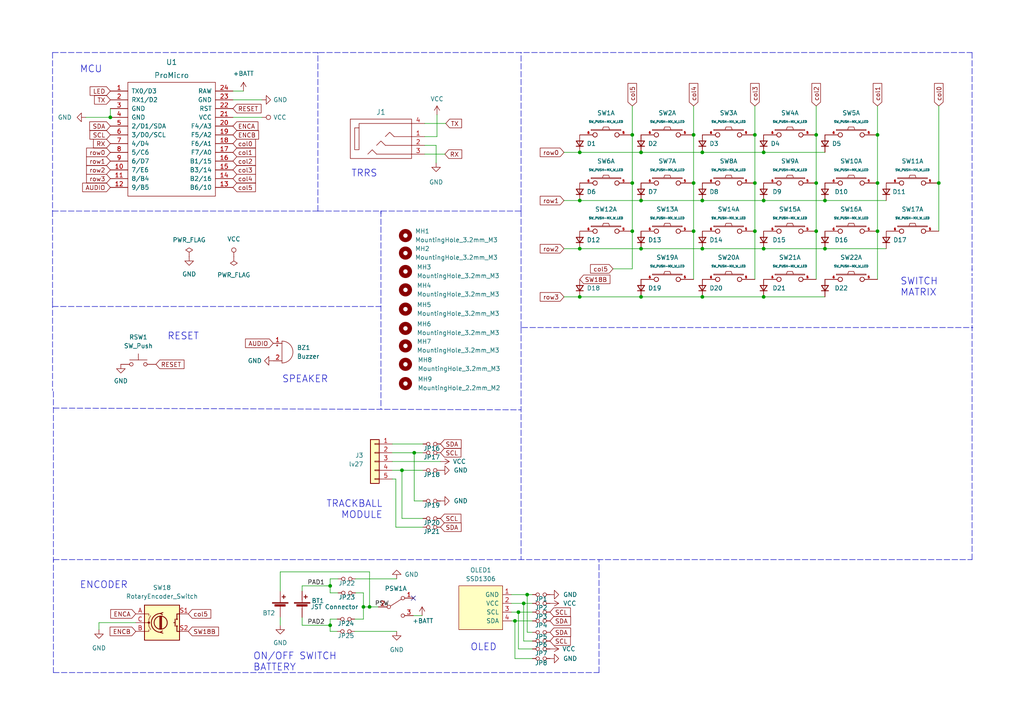
<source format=kicad_sch>
(kicad_sch (version 20231120) (generator "eeschema") (generator_version "8.0")
  (paper "A4")
  (title_block (title "Klor Split Keyboard") (date "2022-06-21") (rev "1.3") (comment 1 "Schematic based on Sofle") (comment 2 "Author: GEIST"))
  (lib_symbols
    (symbol "Buzzard:ProMicro" (pin_names (offset 1.016))
      (property "Reference" "U" (at 0 19.05 0))
      (property "Value" "ProMicro" (at 0 -19.05 0))
      (symbol "ProMicro_1_1"
        (pin bidirectional line (at -17.78 13.97 0) (length 5.08) (name "TX0/D3") (number "1"))
        (pin bidirectional line (at -17.78 -8.89 0) (length 5.08) (name "7/E6") (number "10"))
        (pin bidirectional line (at -17.78 -11.43 0) (length 5.08) (name "8/B4") (number "11"))
        (pin bidirectional line (at -17.78 -13.97 0) (length 5.08) (name "9/B5") (number "12"))
        (pin bidirectional line (at 17.78 -13.97 180) (length 5.08) (name "B6/10") (number "13"))
        (pin bidirectional line (at 17.78 -11.43 180) (length 5.08) (name "B2/16") (number "14"))
        (pin bidirectional line (at 17.78 -8.89 180) (length 5.08) (name "B3/14") (number "15"))
        (pin bidirectional line (at 17.78 -6.35 180) (length 5.08) (name "B1/15") (number "16"))
        (pin bidirectional line (at 17.78 -3.81 180) (length 5.08) (name "F7/A0") (number "17"))
        (pin bidirectional line (at 17.78 -1.27 180) (length 5.08) (name "F6/A1") (number "18"))
        (pin bidirectional line (at 17.78 1.27 180) (length 5.08) (name "F5/A2") (number "19"))
        (pin bidirectional line (at -17.78 11.43 0) (length 5.08) (name "RX1/D2") (number "2"))
        (pin bidirectional line (at 17.78 3.81 180) (length 5.08) (name "F4/A3") (number "20"))
        (pin power_in line (at 17.78 6.35 180) (length 5.08) (name "VCC") (number "21"))
        (pin input line (at 17.78 8.89 180) (length 5.08) (name "RST") (number "22"))
        (pin power_in line (at 17.78 11.43 180) (length 5.08) (name "GND") (number "23"))
        (pin power_out line (at 17.78 13.97 180) (length 5.08) (name "RAW") (number "24"))
        (pin power_in line (at -17.78 8.89 0) (length 5.08) (name "GND") (number "3"))
        (pin power_in line (at -17.78 6.35 0) (length 5.08) (name "GND") (number "4"))
        (pin bidirectional line (at -17.78 3.81 0) (length 5.08) (name "2/D1/SDA") (number "5"))
        (pin bidirectional line (at -17.78 1.27 0) (length 5.08) (name "3/D0/SCL") (number "6"))
        (pin bidirectional line (at -17.78 -1.27 0) (length 5.08) (name "4/D4") (number "7"))
        (pin bidirectional line (at -17.78 -3.81 0) (length 5.08) (name "5/C6") (number "8"))
        (pin bidirectional line (at -17.78 -6.35 0) (length 5.08) (name "6/D7") (number "9"))
      )
    )
    (symbol "Connector_Generic:Conn_01x05" (pin_names (offset 1.016) hide)
      (property "Reference" "J" (at 0 7.62 0))
      (property "Value" "Conn_01x05" (at 0 -7.62 0))
      (symbol "Conn_01x05_1_1"
        (pin passive line (at -5.08 5.08 0) (length 3.81) (name "Pin_1") (number "1"))
        (pin passive line (at -5.08 2.54 0) (length 3.81) (name "Pin_2") (number "2"))
        (pin passive line (at -5.08 0 0) (length 3.81) (name "Pin_3") (number "3"))
        (pin passive line (at -5.08 -2.54 0) (length 3.81) (name "Pin_4") (number "4"))
        (pin passive line (at -5.08 -5.08 0) (length 3.81) (name "Pin_5") (number "5"))
      )
    )
    (symbol "Device:Battery_Cell" (pin_numbers hide) (pin_names (offset 0) hide)
      (property "Reference" "BT" (at 2.54 2.54 0))
      (property "Value" "Battery_Cell" (at 2.54 0 0))
      (symbol "Battery_Cell_1_1"
        (pin passive line (at 0 5.08 270) (length 2.54) (name "+") (number "1"))
        (pin passive line (at 0 -2.54 90) (length 2.54) (name "-") (number "2"))
      )
    )
    (symbol "Device:Buzzer" (pin_names (offset 0.0254) hide)
      (property "Reference" "BZ" (at 3.81 1.27 0))
      (property "Value" "Buzzer" (at 3.81 -1.27 0))
      (symbol "Buzzer_1_1"
        (pin passive line (at -2.54 2.54 0) (length 2.54) (name "-") (number "1"))
        (pin passive line (at -2.54 -2.54 0) (length 2.54) (name "+") (number "2"))
      )
    )
    (symbol "Device:D_Small" (pin_numbers hide) (pin_names (offset 0.254) hide)
      (property "Reference" "D" (at -1.27 2.032 0))
      (property "Value" "D_Small" (at -3.81 -2.032 0))
      (symbol "D_Small_1_1"
        (pin passive line (at -2.54 0 0) (length 1.778) (name "K") (number "1"))
        (pin passive line (at 2.54 0 180) (length 1.778) (name "A") (number "2"))
      )
    )
    (symbol "Device:RotaryEncoder_Switch" (pin_names (offset 0.254) hide)
      (property "Reference" "SW" (at 0 6.604 0))
      (property "Value" "RotaryEncoder_Switch" (at 0 -6.604 0))
      (symbol "RotaryEncoder_Switch_1_1"
        (pin passive line (at -7.62 2.54 0) (length 2.54) (name "A") (number "A"))
        (pin passive line (at -7.62 -2.54 0) (length 2.54) (name "B") (number "B"))
        (pin passive line (at -7.62 0 0) (length 2.54) (name "C") (number "C"))
        (pin passive line (at 7.62 2.54 180) (length 2.54) (name "S1") (number "S1"))
        (pin passive line (at 7.62 -2.54 180) (length 2.54) (name "S2") (number "S2"))
      )
    )
    (symbol "KLORlib:Device_Jumper_NO_Small" (pin_numbers hide) (pin_names (offset 0.762) hide)
      (property "Reference" "JP" (at 0 2.032 0))
      (property "Value" "Device_Jumper_NO_Small" (at 0.254 -1.524 0))
      (symbol "Device_Jumper_NO_Small_0_1"
        (pin passive line (at -2.54 0 0) (length 1.016) (name "1") (number "1"))
        (pin passive line (at 2.54 0 180) (length 1.016) (name "2") (number "2"))
      )
    )
    (symbol "KLORlib:MJ-4PP-9 TRRS" (pin_names (offset 1.016))
      (property "Reference" "J1" (at -1.27 7.112 0))
      (symbol "MJ-4PP-9 TRRS_1_1"
        (pin passive line (at 11.43 0 180) (length 3.81) (name "~") (number "1"))
        (pin passive line (at 11.43 -2.54 180) (length 3.81) (name "~") (number "2"))
        (pin passive line (at 11.43 -5.08 180) (length 3.81) (name "~") (number "3"))
        (pin passive line (at 11.43 3.81 180) (length 3.81) (name "~") (number "4"))
      )
    )
    (symbol "KLORlib:SW_PUSH-MX_W_LED" (pin_names (offset 1.016))
      (property "Reference" "SW?" (at 0 3.81 0))
      (property "Value" "SW_PUSH-MX_W_LED" (at 1.27 -3.81 0))
      (symbol "SW_PUSH-MX_W_LED_1_1"
        (pin passive inverted (at 7.62 0 180) (length 5.08) (name "~") (number "5"))
        (pin passive inverted (at -7.62 0 0) (length 5.08) (name "~") (number "6"))
      )
      (symbol "SW_PUSH-MX_W_LED_2_0"
        (text "SK6812mini" (at 0 0 0) (effects (font (size 0.7874 0.7874))))
      )
      (symbol "SW_PUSH-MX_W_LED_2_1"
        (pin output line (at -5.08 1.27 0) (length 1.27) (name "DOUT") (number "1"))
        (pin power_in line (at -5.08 -1.27 0) (length 1.27) (name "VSS") (number "2"))
        (pin input line (at 5.08 -1.27 180) (length 1.27) (name "DIN") (number "3"))
        (pin power_in line (at 5.08 1.27 180) (length 1.27) (name "VDD") (number "4"))
      )
    )
    (symbol "Mechanical:MountingHole" (pin_names (offset 1.016))
      (property "Reference" "H" (at 0 5.08 0))
      (property "Value" "MountingHole" (at 0 3.175 0))
    )
    (symbol "SSD1306-128x64_OLED:SSD1306" (pin_names (offset 1.016))
      (property "Reference" "Brd" (at 0 -3.81 0))
      (property "Value" "SSD1306" (at 0 -1.27 0))
      (symbol "SSD1306_1_1"
        (pin input line (at -3.81 8.89 270) (length 2.54) (name "GND") (number "1"))
        (pin input line (at -1.27 8.89 270) (length 2.54) (name "VCC") (number "2"))
        (pin input line (at 1.27 8.89 270) (length 2.54) (name "SCL") (number "3"))
        (pin input line (at 3.81 8.89 270) (length 2.54) (name "SDA") (number "4"))
      )
    )
    (symbol "SofleKeyboard-cache:Device_Jumper_NO_Small" (pin_numbers hide) (pin_names (offset 0.762) hide)
      (property "Reference" "JP" (at 0 2.032 0))
      (property "Value" "Device_Jumper_NO_Small" (at 0.254 -1.524 0))
      (symbol "Device_Jumper_NO_Small_0_1"
        (pin passive line (at -2.54 0 0) (length 1.016) (name "1") (number "1"))
        (pin passive line (at 2.54 0 180) (length 1.016) (name "2") (number "2"))
      )
    )
    (symbol "SofleKeyboard-cache:power_VCC" (power) (pin_names (offset 0))
      (property "Value" "power_VCC" (at 0 3.81 0))
      (symbol "power_VCC_1_1"
        (pin power_in line (at 0 0 90) (length 0) hide (name "VCC") (number "1"))
      )
    )
    (symbol "Switch:SW_DPDT_x2" (pin_names (offset 0) hide)
      (property "Reference" "SW" (at 0 4.318 0))
      (property "Value" "SW_DPDT_x2" (at 0 -5.08 0))
      (symbol "SW_DPDT_x2_1_1"
        (pin passive line (at 5.08 2.54 180) (length 2.54) (name "A") (number "1"))
        (pin passive line (at -5.08 0 0) (length 2.54) (name "B") (number "2"))
        (pin passive line (at 5.08 -2.54 180) (length 2.54) (name "C") (number "3"))
      )
      (symbol "SW_DPDT_x2_2_1"
        (pin passive line (at 5.08 2.54 180) (length 2.54) (name "A") (number "4"))
        (pin passive line (at -5.08 0 0) (length 2.54) (name "B") (number "5"))
        (pin passive line (at 5.08 -2.54 180) (length 2.54) (name "C") (number "6"))
      )
    )
    (symbol "Switch:SW_Push" (pin_numbers hide) (pin_names (offset 1.016) hide)
      (property "Reference" "SW" (at 1.27 2.54 0))
      (property "Value" "SW_Push" (at 0 -1.524 0))
      (symbol "SW_Push_0_1"
        (pin passive line (at -5.08 0 0) (length 2.54) (name "1") (number "1"))
        (pin passive line (at 5.08 0 180) (length 2.54) (name "2") (number "2"))
      )
    )
    (symbol "power:+BATT" (power) (pin_names (offset 0))
      (property "Value" "+BATT" (at 0 3.556 0))
      (symbol "+BATT_1_1"
        (pin power_in line (at 0 0 90) (length 0) hide (name "+BATT") (number "1"))
      )
    )
    (symbol "power:GND" (power) (pin_names (offset 0))
      (property "Value" "GND" (at 0 -3.81 0))
      (symbol "GND_1_1"
        (pin power_in line (at 0 0 270) (length 0) hide (name "GND") (number "1"))
      )
    )
    (symbol "power:PWR_FLAG" (power) (pin_numbers hide) (pin_names (offset 0) hide)
      (property "Value" "PWR_FLAG" (at 0 3.81 0))
      (symbol "PWR_FLAG_0_0"
        (pin power_out line (at 0 0 90) (length 0) (name "pwr") (number "1"))
      )
    )
    (symbol "power:VCC" (power) (pin_names (offset 0))
      (property "Value" "VCC" (at 0 3.81 0))
      (symbol "VCC_1_1"
        (pin power_in line (at 0 0 90) (length 0) hide (name "VCC") (number "1"))
      )
    )
  )
  (junction (at 185.928 86.106))
  (junction (at 116.586 136.398))
  (junction (at 152.908 172.466))
  (junction (at 272.288 53.086))
  (junction (at 120.142 131.318))
  (junction (at 221.488 86.106))
  (junction (at 32.004 34.036))
  (junction (at 203.708 44.196))
  (junction (at 95.758 181.356))
  (junction (at 218.948 67.056))
  (junction (at 185.928 72.136))
  (junction (at 183.388 67.056))
  (junction (at 201.168 67.056))
  (junction (at 203.708 86.106))
  (junction (at 201.168 39.116))
  (junction (at 239.268 72.136))
  (junction (at 168.148 86.106))
  (junction (at 185.928 58.166))
  (junction (at 203.708 72.136))
  (junction (at 221.488 58.166))
  (junction (at 183.388 39.116))
  (junction (at 254.508 53.086))
  (junction (at 107.188 176.022))
  (junction (at 95.758 169.926))
  (junction (at 168.148 72.136))
  (junction (at 185.928 44.196))
  (junction (at 201.168 53.086))
  (junction (at 203.708 58.166))
  (junction (at 236.728 53.086))
  (junction (at 151.892 175.006))
  (junction (at 254.508 67.056))
  (junction (at 149.352 180.086))
  (junction (at 221.488 44.196))
  (junction (at 168.148 44.196))
  (junction (at 254.508 39.116))
  (junction (at 183.388 53.086))
  (junction (at 168.148 58.166))
  (junction (at 218.948 39.116))
  (junction (at 236.728 67.056))
  (junction (at 150.368 177.546))
  (junction (at 221.488 72.136))
  (junction (at 239.268 58.166))
  (junction (at 105.41 176.022))
  (junction (at 236.728 39.116))
  (junction (at 218.948 53.086))
  (no_connect (at 119.888 173.482))
  (polyline (pts (xy 151.13 61.214) (xy 151.13 94.996)) (stroke (width 0) (type dash)))
  (wire (pts (xy 105.41 176.022) (xy 105.41 179.578)))
  (wire (pts (xy 201.168 67.056) (xy 201.168 81.026)))
  (wire (pts (xy 151.892 185.928) (xy 154.432 185.928)))
  (wire (pts (xy 113.792 128.778) (xy 122.682 128.778)))
  (wire (pts (xy 39.37 180.594) (xy 28.702 180.594)))
  (wire (pts (xy 185.928 86.106) (xy 203.708 86.106)))
  (polyline (pts (xy 92.202 61.214) (xy 151.13 61.214)) (stroke (width 0) (type dash)))
  (wire (pts (xy 183.388 77.978) (xy 183.388 67.056)))
  (wire (pts (xy 163.576 72.136) (xy 168.148 72.136)))
  (wire (pts (xy 203.708 72.136) (xy 221.488 72.136)))
  (wire (pts (xy 163.576 86.106) (xy 168.148 86.106)))
  (wire (pts (xy 67.564 28.956) (xy 75.946 28.956)))
  (wire (pts (xy 185.928 58.166) (xy 203.708 58.166)))
  (wire (pts (xy 254.508 30.734) (xy 254.508 39.116)))
  (polyline (pts (xy 92.456 15.24) (xy 193.548 15.24)) (stroke (width 0) (type dash)))
  (wire (pts (xy 177.8 77.978) (xy 183.388 77.978)))
  (polyline (pts (xy 15.24 15.24) (xy 92.202 15.24)) (stroke (width 0) (type dash)))
  (polyline (pts (xy 193.548 15.24) (xy 281.94 15.24)) (stroke (width 0) (type dash)))
  (polyline (pts (xy 173.736 195.072) (xy 173.736 162.306)) (stroke (width 0) (type dash)))
  (wire (pts (xy 149.352 191.008) (xy 154.432 191.008)))
  (wire (pts (xy 168.148 58.166) (xy 185.928 58.166)))
  (wire (pts (xy 203.708 58.166) (xy 221.488 58.166)))
  (wire (pts (xy 126.746 33.274) (xy 126.746 39.624)))
  (polyline (pts (xy 15.24 15.24) (xy 15.24 61.214)) (stroke (width 0) (type dash)))
  (wire (pts (xy 239.268 58.166) (xy 257.048 58.166)))
  (wire (pts (xy 103.124 171.958) (xy 105.41 171.958)))
  (wire (pts (xy 113.792 133.858) (xy 127.762 133.858)))
  (wire (pts (xy 123.19 44.704) (xy 129.032 44.704)))
  (polyline (pts (xy 15.24 88.9) (xy 110.49 88.9)) (stroke (width 0) (type dash)))
  (wire (pts (xy 113.792 131.318) (xy 120.142 131.318)))
  (wire (pts (xy 148.336 177.546) (xy 150.368 177.546)))
  (wire (pts (xy 272.288 53.086) (xy 272.288 67.056)))
  (wire (pts (xy 203.708 86.106) (xy 221.488 86.106)))
  (wire (pts (xy 168.148 72.136) (xy 185.928 72.136)))
  (wire (pts (xy 95.758 171.958) (xy 98.044 171.958)))
  (wire (pts (xy 105.41 176.022) (xy 107.188 176.022)))
  (wire (pts (xy 113.792 138.938) (xy 114.808 138.938)))
  (wire (pts (xy 149.352 180.086) (xy 149.352 191.008)))
  (wire (pts (xy 81.28 171.45) (xy 81.28 165.862)))
  (wire (pts (xy 221.488 58.166) (xy 239.268 58.166)))
  (wire (pts (xy 236.728 30.734) (xy 236.728 39.116)))
  (wire (pts (xy 148.336 180.086) (xy 149.352 180.086)))
  (wire (pts (xy 150.368 177.546) (xy 150.368 188.214)))
  (wire (pts (xy 126.492 42.164) (xy 123.19 42.164)))
  (polyline (pts (xy 15.494 195.072) (xy 92.202 195.072)) (stroke (width 0) (type dash)))
  (polyline (pts (xy 151.384 94.996) (xy 282.194 94.996)) (stroke (width 0) (type dash)))
  (wire (pts (xy 183.388 53.086) (xy 183.388 67.056)))
  (polyline (pts (xy 15.494 162.56) (xy 15.494 162.814)) (stroke (width 0) (type dash)))
  (polyline (pts (xy 15.24 87.63) (xy 15.24 113.284)) (stroke (width 0) (type dash)))
  (wire (pts (xy 120.142 131.318) (xy 122.682 131.318)))
  (wire (pts (xy 203.708 44.196) (xy 221.488 44.196)))
  (wire (pts (xy 113.792 136.398) (xy 116.586 136.398)))
  (wire (pts (xy 236.728 67.056) (xy 236.728 81.026)))
  (wire (pts (xy 24.892 34.036) (xy 32.004 34.036)))
  (wire (pts (xy 97.79 183.134) (xy 95.758 183.134)))
  (wire (pts (xy 150.368 188.214) (xy 154.432 188.214)))
  (polyline (pts (xy 15.494 162.306) (xy 281.94 162.306)) (stroke (width 0) (type dash)))
  (wire (pts (xy 123.19 35.814) (xy 129.286 35.814)))
  (wire (pts (xy 163.576 58.166) (xy 168.148 58.166)))
  (wire (pts (xy 95.758 183.134) (xy 95.758 181.356)))
  (wire (pts (xy 151.892 175.006) (xy 151.892 185.928)))
  (wire (pts (xy 254.508 53.086) (xy 254.508 67.056)))
  (polyline (pts (xy 110.49 61.214) (xy 110.49 61.976)) (stroke (width 0) (type dash)))
  (wire (pts (xy 221.488 44.196) (xy 239.268 44.196)))
  (polyline (pts (xy 281.94 77.978) (xy 281.94 78.232)) (stroke (width 0) (type dash)))
  (wire (pts (xy 95.758 167.894) (xy 95.758 169.926)))
  (wire (pts (xy 218.948 30.734) (xy 218.948 39.116)))
  (wire (pts (xy 185.928 72.136) (xy 203.708 72.136)))
  (wire (pts (xy 126.492 47.244) (xy 126.492 42.164)))
  (wire (pts (xy 148.336 172.466) (xy 152.908 172.466)))
  (wire (pts (xy 123.19 39.624) (xy 126.746 39.624)))
  (wire (pts (xy 105.41 171.958) (xy 105.41 176.022)))
  (wire (pts (xy 149.352 180.086) (xy 154.432 180.086)))
  (wire (pts (xy 221.488 86.106) (xy 239.268 86.106)))
  (wire (pts (xy 87.63 181.356) (xy 95.758 181.356)))
  (wire (pts (xy 102.87 179.578) (xy 105.41 179.578)))
  (wire (pts (xy 218.948 67.056) (xy 218.948 81.026)))
  (wire (pts (xy 201.168 53.086) (xy 201.168 67.056)))
  (wire (pts (xy 168.148 86.106) (xy 185.928 86.106)))
  (wire (pts (xy 120.142 131.318) (xy 120.142 145.288)))
  (wire (pts (xy 201.168 30.734) (xy 201.168 39.116)))
  (wire (pts (xy 152.908 183.388) (xy 152.908 172.466)))
  (wire (pts (xy 183.388 39.116) (xy 183.388 53.086)))
  (polyline (pts (xy 281.94 162.306) (xy 281.94 79.756)) (stroke (width 0) (type dash)))
  (wire (pts (xy 98.044 167.894) (xy 95.758 167.894)))
  (wire (pts (xy 218.948 39.116) (xy 218.948 53.086)))
  (polyline (pts (xy 110.49 61.214) (xy 110.49 118.618)) (stroke (width 0) (type dash)))
  (wire (pts (xy 254.508 39.116) (xy 254.508 53.086)))
  (wire (pts (xy 150.368 177.546) (xy 154.432 177.546)))
  (wire (pts (xy 119.888 178.562) (xy 122.428 178.562)))
  (wire (pts (xy 95.758 179.578) (xy 97.79 179.578)))
  (wire (pts (xy 201.168 39.116) (xy 201.168 53.086)))
  (wire (pts (xy 221.488 72.136) (xy 239.268 72.136)))
  (wire (pts (xy 116.586 136.398) (xy 116.586 150.368)))
  (wire (pts (xy 185.928 44.196) (xy 203.708 44.196)))
  (wire (pts (xy 236.728 39.116) (xy 236.728 53.086)))
  (wire (pts (xy 102.87 183.134) (xy 115.062 183.134)))
  (wire (pts (xy 95.758 169.926) (xy 95.758 171.958)))
  (wire (pts (xy 236.728 53.086) (xy 236.728 67.056)))
  (wire (pts (xy 148.336 175.006) (xy 151.892 175.006)))
  (wire (pts (xy 122.682 145.288) (xy 120.142 145.288)))
  (wire (pts (xy 218.948 53.086) (xy 218.948 67.056)))
  (wire (pts (xy 239.268 72.136) (xy 257.048 72.136)))
  (polyline (pts (xy 151.13 61.214) (xy 151.13 15.24)) (stroke (width 0) (type dash)))
  (wire (pts (xy 168.148 44.196) (xy 185.928 44.196)))
  (wire (pts (xy 151.892 175.006) (xy 154.432 175.006)))
  (polyline (pts (xy 151.13 94.996) (xy 151.13 162.306)) (stroke (width 0) (type dash)))
  (wire (pts (xy 254.508 67.056) (xy 254.508 81.026)))
  (polyline (pts (xy 15.494 118.364) (xy 151.13 118.872)) (stroke (width 0) (type dash)))
  (polyline (pts (xy 15.494 113.538) (xy 15.494 195.072)) (stroke (width 0) (type dash)))
  (wire (pts (xy 87.63 169.926) (xy 95.758 169.926)))
  (wire (pts (xy 107.188 176.022) (xy 109.728 176.022)))
  (wire (pts (xy 163.576 44.196) (xy 168.148 44.196)))
  (polyline (pts (xy 281.94 15.24) (xy 281.94 79.756)) (stroke (width 0) (type dash)))
  (wire (pts (xy 103.124 167.894) (xy 115.062 167.894)))
  (wire (pts (xy 122.682 152.908) (xy 114.808 152.908)))
  (wire (pts (xy 152.908 183.388) (xy 154.432 183.388)))
  (wire (pts (xy 87.63 171.45) (xy 87.63 169.926)))
  (wire (pts (xy 28.702 180.594) (xy 28.702 182.626)))
  (wire (pts (xy 87.63 179.07) (xy 87.63 181.356)))
  (wire (pts (xy 81.28 179.07) (xy 81.28 181.356)))
  (wire (pts (xy 272.288 30.734) (xy 272.288 53.086)))
  (wire (pts (xy 114.808 152.908) (xy 114.808 138.938)))
  (wire (pts (xy 67.564 34.036) (xy 75.946 34.036)))
  (wire (pts (xy 183.388 30.734) (xy 183.388 39.116)))
  (wire (pts (xy 107.188 165.862) (xy 107.188 176.022)))
  (wire (pts (xy 95.758 181.356) (xy 95.758 179.578)))
  (wire (pts (xy 81.28 165.862) (xy 107.188 165.862)))
  (wire (pts (xy 32.004 31.496) (xy 32.004 34.036)))
  (polyline (pts (xy 15.24 61.214) (xy 92.202 61.214)) (stroke (width 0) (type dash)))
  (wire (pts (xy 122.682 150.368) (xy 116.586 150.368)))
  (wire (pts (xy 116.586 136.398) (xy 122.682 136.398)))
  (wire (pts (xy 67.564 26.416) (xy 70.612 26.416)))
  (wire (pts (xy 152.908 172.466) (xy 154.432 172.466)))
  (polyline (pts (xy 92.202 61.214) (xy 92.202 15.24)) (stroke (width 0) (type dash)))
  (polyline (pts (xy 92.202 195.072) (xy 173.736 195.072)) (stroke (width 0) (type dash)))
  (polyline (pts (xy 15.24 61.214) (xy 15.24 87.63)) (stroke (width 0) (type dash)))
  (text "SWITCH\nMATRIX" (at 261.112 86.106 0) (effects (font (size 2 2)) (justify left bottom)))
  (text "MCU" (at 23.114 21.336 0) (effects (font (size 2 2)) (justify left bottom)))
  (text "ON/OFF SWITCH\nBATTERY" (at 73.406 194.818 0) (effects (font (size 2 2)) (justify left bottom)))
  (text "ENCODER" (at 23.114 170.942 0) (effects (font (size 2 2)) (justify left bottom)))
  (text "OLED" (at 136.398 188.976 0) (effects (font (size 2 2)) (justify left bottom)))
  (text "TRRS" (at 101.854 51.562 0) (effects (font (size 2 2)) (justify left bottom)))
  (text "TRACKBALL\nMODULE" (at 110.998 150.622 0) (effects (font (size 2 2)) (justify right bottom)))
  (text "RESET" (at 48.514 98.806 0) (effects (font (size 2 2)) (justify left bottom)))
  (text "SPEAKER" (at 81.788 111.252 0) (effects (font (size 2 2)) (justify left bottom)))
  (label "PAD2" (at 89.154 181.356 0))
  (label "PSW" (at 108.712 176.022 0))
  (label "PAD1" (at 89.154 169.926 0))
  (global_label "SCL" (shape input) (at 127.762 131.318 0) (property "Intersheetrefs" "${INTERSHEET_REFS}" (effects (hide yes))))
  (global_label "TX" (shape input) (at 129.286 35.814 0) (property "Intersheetrefs" "${INTERSHEET_REFS}" (effects (hide yes))))
  (global_label "RX" (shape input) (at 129.032 44.704 0) (property "Intersheetrefs" "${INTERSHEET_REFS}" (effects (hide yes))))
  (global_label "SDA" (shape input) (at 32.004 36.576 180) (property "Intersheetrefs" "${INTERSHEET_REFS}" (effects (hide yes))))
  (global_label "col0" (shape input) (at 272.288 30.734 90) (property "Intersheetrefs" "${INTERSHEET_REFS}" (effects (hide yes))))
  (global_label "row2" (shape input) (at 163.576 72.136 180) (property "Intersheetrefs" "${INTERSHEET_REFS}" (effects (hide yes))))
  (global_label "TX" (shape input) (at 32.004 28.956 180) (property "Intersheetrefs" "${INTERSHEET_REFS}" (effects (hide yes))))
  (global_label "row3" (shape input) (at 163.576 86.106 180) (property "Intersheetrefs" "${INTERSHEET_REFS}" (effects (hide yes))))
  (global_label "SW18B" (shape input) (at 168.148 81.026 0) (property "Intersheetrefs" "${INTERSHEET_REFS}" (effects (hide yes))))
  (global_label "SDA" (shape input) (at 127.762 128.778 0) (property "Intersheetrefs" "${INTERSHEET_REFS}" (effects (hide yes))))
  (global_label "col5" (shape input) (at 67.564 54.356 0) (property "Intersheetrefs" "${INTERSHEET_REFS}" (effects (hide yes))))
  (global_label "SDA" (shape input) (at 159.512 180.086 0) (property "Intersheetrefs" "${INTERSHEET_REFS}" (effects (hide yes))))
  (global_label "ENCA" (shape input) (at 39.37 178.054 180) (property "Intersheetrefs" "${INTERSHEET_REFS}" (effects (hide yes))))
  (global_label "col4" (shape input) (at 67.564 51.816 0) (property "Intersheetrefs" "${INTERSHEET_REFS}" (effects (hide yes))))
  (global_label "col0" (shape input) (at 67.564 41.656 0) (property "Intersheetrefs" "${INTERSHEET_REFS}" (effects (hide yes))))
  (global_label "SCL" (shape input) (at 32.004 39.116 180) (property "Intersheetrefs" "${INTERSHEET_REFS}" (effects (hide yes))))
  (global_label "RESET" (shape input) (at 45.212 105.664 0) (property "Intersheetrefs" "${INTERSHEET_REFS}" (effects (hide yes))))
  (global_label "col1" (shape input) (at 254.508 30.734 90) (property "Intersheetrefs" "${INTERSHEET_REFS}" (effects (hide yes))))
  (global_label "col2" (shape input) (at 236.728 30.734 90) (property "Intersheetrefs" "${INTERSHEET_REFS}" (effects (hide yes))))
  (global_label "row3" (shape input) (at 32.004 51.816 180) (property "Intersheetrefs" "${INTERSHEET_REFS}" (effects (hide yes))))
  (global_label "row2" (shape input) (at 32.004 49.276 180) (property "Intersheetrefs" "${INTERSHEET_REFS}" (effects (hide yes))))
  (global_label "row0" (shape input) (at 163.576 44.196 180) (property "Intersheetrefs" "${INTERSHEET_REFS}" (effects (hide yes))))
  (global_label "col4" (shape input) (at 201.168 30.734 90) (property "Intersheetrefs" "${INTERSHEET_REFS}" (effects (hide yes))))
  (global_label "row0" (shape input) (at 32.004 44.196 180) (property "Intersheetrefs" "${INTERSHEET_REFS}" (effects (hide yes))))
  (global_label "SCL" (shape input) (at 127.762 150.368 0) (property "Intersheetrefs" "${INTERSHEET_REFS}" (effects (hide yes))))
  (global_label "SCL" (shape input) (at 159.512 177.546 0) (property "Intersheetrefs" "${INTERSHEET_REFS}" (effects (hide yes))))
  (global_label "AUDIO" (shape input) (at 32.004 54.356 180) (property "Intersheetrefs" "${INTERSHEET_REFS}" (effects (hide yes))))
  (global_label "col3" (shape input) (at 218.948 30.734 90) (property "Intersheetrefs" "${INTERSHEET_REFS}" (effects (hide yes))))
  (global_label "ENCB" (shape input) (at 67.564 39.116 0) (property "Intersheetrefs" "${INTERSHEET_REFS}" (effects (hide yes))))
  (global_label "SCL" (shape input) (at 159.512 185.928 0) (property "Intersheetrefs" "${INTERSHEET_REFS}" (effects (hide yes))))
  (global_label "SDA" (shape input) (at 159.512 183.388 0) (property "Intersheetrefs" "${INTERSHEET_REFS}" (effects (hide yes))))
  (global_label "col5" (shape input) (at 183.388 30.734 90) (property "Intersheetrefs" "${INTERSHEET_REFS}" (effects (hide yes))))
  (global_label "RESET" (shape input) (at 67.564 31.496 0) (property "Intersheetrefs" "${INTERSHEET_REFS}" (effects (hide yes))))
  (global_label "SDA" (shape input) (at 127.762 152.908 0) (property "Intersheetrefs" "${INTERSHEET_REFS}" (effects (hide yes))))
  (global_label "col5" (shape input) (at 54.61 178.054 0) (property "Intersheetrefs" "${INTERSHEET_REFS}" (effects (hide yes))))
  (global_label "row1" (shape input) (at 163.576 58.166 180) (property "Intersheetrefs" "${INTERSHEET_REFS}" (effects (hide yes))))
  (global_label "ENCB" (shape input) (at 39.37 183.134 180) (property "Intersheetrefs" "${INTERSHEET_REFS}" (effects (hide yes))))
  (global_label "col2" (shape input) (at 67.564 46.736 0) (property "Intersheetrefs" "${INTERSHEET_REFS}" (effects (hide yes))))
  (global_label "col5" (shape input) (at 177.8 77.978 180) (property "Intersheetrefs" "${INTERSHEET_REFS}" (effects (hide yes))))
  (global_label "SW18B" (shape input) (at 54.61 183.134 0) (property "Intersheetrefs" "${INTERSHEET_REFS}" (effects (hide yes))))
  (global_label "ENCA" (shape input) (at 67.564 36.576 0) (property "Intersheetrefs" "${INTERSHEET_REFS}" (effects (hide yes))))
  (global_label "col3" (shape input) (at 67.564 49.276 0) (property "Intersheetrefs" "${INTERSHEET_REFS}" (effects (hide yes))))
  (global_label "row1" (shape input) (at 32.004 46.736 180) (property "Intersheetrefs" "${INTERSHEET_REFS}" (effects (hide yes))))
  (global_label "col1" (shape input) (at 67.564 44.196 0) (property "Intersheetrefs" "${INTERSHEET_REFS}" (effects (hide yes))))
  (global_label "LED" (shape input) (at 32.004 26.416 180) (property "Intersheetrefs" "${INTERSHEET_REFS}" (effects (hide yes))))
  (global_label "AUDIO" (shape input) (at 79.248 99.568 180) (property "Intersheetrefs" "${INTERSHEET_REFS}" (effects (hide yes))))
  (global_label "RX" (shape input) (at 32.004 41.656 180) (property "Intersheetrefs" "${INTERSHEET_REFS}" (effects (hide yes))))
  (symbol (lib_id "power:GND") (at 159.512 191.008 90) (unit 1)
    (property "Reference" "#PWR015" (effects (hide yes)))
    (property "Value" "GND" (at 163.322 191.0079 90) (effects (justify right)))
  )
  (symbol (lib_id "Device:D_Small") (at 203.708 41.656 90) (unit 1)
    (property "Reference" "D3" (at 205.74 41.6559 90) (effects (justify right)))
    (property "Value" "D_Small" (effects (hide yes)))
    (property "Footprint" "kbd:1N4148_SMD_both_side" (effects (hide yes)))
  )
  (symbol (lib_id "power:+BATT") (at 70.612 26.416 0) (unit 1)
    (property "Reference" "#PWR0109" (effects (hide yes)))
    (property "Value" "+BATT" (at 70.612 21.336 0))
  )
  (symbol (lib_id "Mechanical:MountingHole") (at 117.602 89.662 0) (unit 1)
    (property "Reference" "MH5" (at 120.904 88.3919 0) (effects (justify left)))
    (property "Value" "MountingHole_3.2mm_M3" (at 120.904 90.9319 0) (effects (justify left)))
    (property "Footprint" "MountingHole:MountingHole_3.2mm_M3" (effects (hide yes)))
  )
  (symbol (lib_id "Device:Buzzer") (at 81.788 102.108 0) (unit 1)
    (property "Reference" "BZ1" (at 86.106 100.8379 0) (effects (justify left)))
    (property "Value" "Buzzer" (at 86.106 103.3779 0) (effects (justify left)))
    (property "Footprint" "KLOR:Buzzer_Mallory_AST1109MLTRQ_reversible" (effects (hide yes)))
  )
  (symbol (lib_id "Mechanical:MountingHole") (at 117.602 105.664 0) (unit 1)
    (property "Reference" "MH8" (at 121.158 104.3939 0) (effects (justify left)))
    (property "Value" "MountingHole_3.2mm_M3" (at 121.158 106.9339 0) (effects (justify left)))
    (property "Footprint" "MountingHole:MountingHole_3.2mm_M3" (effects (hide yes)))
  )
  (symbol (lib_id "KLORlib:SW_PUSH-MX_W_LED") (at 211.328 67.056 0) (unit 1)
    (property "Reference" "SW14" (at 211.328 60.706 0))
    (property "Value" "SW_PUSH-MX_W_LED" (at 211.328 63.246 0) (effects (font (size 0.635 0.635))))
    (property "Footprint" "keyswitches.pretty-master:1U_cherry_mx_kailh_choc_hotswap_combo" (effects (hide yes)))
  )
  (symbol (lib_id "KLORlib:SW_PUSH-MX_W_LED") (at 193.548 67.056 0) (unit 1)
    (property "Reference" "SW13" (at 193.548 60.706 0))
    (property "Value" "SW_PUSH-MX_W_LED" (at 193.548 63.246 0) (effects (font (size 0.635 0.635))))
    (property "Footprint" "keyswitches.pretty-master:1U_cherry_mx_kailh_choc_hotswap_combo" (effects (hide yes)))
  )
  (symbol (lib_id "Device:D_Small") (at 239.268 69.596 90) (unit 1)
    (property "Reference" "D16" (at 242.062 69.5959 90) (effects (justify right)))
    (property "Value" "D_Small" (effects (hide yes)))
    (property "Footprint" "kbd:1N4148_SMD_both_side" (effects (hide yes)))
  )
  (symbol (lib_id "Device:D_Small") (at 203.708 83.566 90) (unit 1)
    (property "Reference" "D20" (at 205.74 83.5659 90) (effects (justify right)))
    (property "Value" "D_Small" (effects (hide yes)))
    (property "Footprint" "kbd:1N4148_SMD_both_side" (effects (hide yes)))
  )
  (symbol (lib_id "power:GND") (at 35.052 105.664 0) (unit 1)
    (property "Reference" "#PWR014" (effects (hide yes)))
    (property "Value" "GND" (at 35.052 110.49 0))
  )
  (symbol (lib_id "SofleKeyboard-cache:power_VCC") (at 67.818 74.422 0) (unit 1)
    (property "Reference" "#PWR017" (effects (hide yes)))
    (property "Value" "VCC" (at 67.818 69.342 0))
  )
  (symbol (lib_id "Device:D_Small") (at 168.148 83.566 90) (unit 1)
    (property "Reference" "D18" (at 170.18 83.5659 90) (effects (justify right)))
    (property "Value" "D_Small" (effects (hide yes)))
    (property "Footprint" "kbd:1N4148_SMD_both_side" (effects (hide yes)))
  )
  (symbol (lib_id "KLORlib:SW_PUSH-MX_W_LED") (at 211.328 39.116 0) (unit 1)
    (property "Reference" "SW3" (at 211.328 32.766 0))
    (property "Value" "SW_PUSH-MX_W_LED" (at 211.328 35.306 0) (effects (font (size 0.635 0.635))))
    (property "Footprint" "keyswitches.pretty-master:1U_cherry_mx_kailh_choc_hotswap_combo" (effects (hide yes)))
  )
  (symbol (lib_id "Switch:SW_DPDT_x2") (at 114.808 176.022 0) (unit 1)
    (property "Reference" "PSW1" (at 114.808 170.688 0))
    (property "Value" "SW_DPDT_x2" (effects (hide yes)))
    (property "Footprint" "KLOR:MSK12C02_reversible" (effects (hide yes)))
  )
  (symbol (lib_id "KLORlib:SW_PUSH-MX_W_LED") (at 246.888 67.056 0) (unit 1)
    (property "Reference" "SW16" (at 246.888 60.706 0))
    (property "Value" "SW_PUSH-MX_W_LED" (at 246.888 63.246 0) (effects (font (size 0.635 0.635))))
    (property "Footprint" "keyswitches.pretty-master:1U_cherry_mx_kailh_choc_hotswap_combo" (effects (hide yes)))
  )
  (symbol (lib_id "KLORlib:SW_PUSH-MX_W_LED") (at 193.548 81.026 0) (unit 1)
    (property "Reference" "SW19" (at 193.548 74.676 0))
    (property "Value" "SW_PUSH-MX_W_LED" (at 193.548 77.216 0) (effects (font (size 0.635 0.635))))
    (property "Footprint" "keyswitches.pretty-master:1U_cherry_mx_kailh_choc_hotswap_combo" (effects (hide yes)))
  )
  (symbol (lib_id "Connector_Generic:Conn_01x05") (at 108.712 133.858 0) (mirror y) (unit 1)
    (property "Reference" "J3" (at 105.41 132.08 0) (effects (justify left)))
    (property "Value" "lv27" (at 105.41 134.62 0) (effects (justify left)))
    (property "Footprint" "KLOR:lvc27_onlyInput" (effects (hide yes)))
  )
  (symbol (lib_id "KLORlib:Device_Jumper_NO_Small") (at 100.584 171.958 0) (unit 1)
    (property "Reference" "JP23" (at 100.584 173.228 0))
    (property "Value" "Device_Jumper_NO_Small" (effects (hide yes)))
    (property "Footprint" "KLOR:Jumper" (effects (hide yes)))
  )
  (symbol (lib_id "power:+BATT") (at 122.428 178.562 0) (unit 1)
    (property "Reference" "#PWR0104" (effects (hide yes)))
    (property "Value" "+BATT" (at 122.682 180.086 0))
  )
  (symbol (lib_id "KLORlib:MJ-4PP-9 TRRS") (at 111.76 39.624 0) (unit 1)
    (property "Reference" "J1" (at 110.49 32.512 0) (effects (font (size 1.524 1.524))))
    (property "Value" "MJ-4PP-9" (effects (hide yes)))
    (property "Footprint" "KLOR:MJ-4PP-9" (effects (hide yes)))
  )
  (symbol (lib_id "power:GND") (at 75.946 28.956 90) (unit 1)
    (property "Reference" "#PWR0103" (effects (hide yes)))
    (property "Value" "GND" (at 79.248 28.9559 90) (effects (justify right)))
  )
  (symbol (lib_id "SSD1306-128x64_OLED:SSD1306") (at 139.446 176.276 270) (unit 1)
    (property "Reference" "OLED1" (at 139.446 165.354 90))
    (property "Value" "SSD1306" (at 139.446 167.894 90))
    (property "Footprint" "KLOR:SSD1306_128x64OLED" (effects (hide yes)))
  )
  (symbol (lib_id "KLORlib:Device_Jumper_NO_Small") (at 156.972 191.008 0) (unit 1)
    (property "Reference" "JP8" (at 156.972 192.278 0))
    (property "Value" "Device_Jumper_NO_Small" (effects (hide yes)))
    (property "Footprint" "KLOR:Jumper" (effects (hide yes)))
  )
  (symbol (lib_id "Device:D_Small") (at 221.488 55.626 90) (unit 1)
    (property "Reference" "D9" (at 224.028 55.6259 90) (effects (justify right)))
    (property "Value" "D_Small" (effects (hide yes)))
    (property "Footprint" "kbd:1N4148_SMD_both_side" (effects (hide yes)))
  )
  (symbol (lib_id "KLORlib:SW_PUSH-MX_W_LED") (at 229.108 67.056 0) (unit 1)
    (property "Reference" "SW15" (at 229.108 60.706 0))
    (property "Value" "SW_PUSH-MX_W_LED" (at 229.108 63.246 0) (effects (font (size 0.635 0.635))))
    (property "Footprint" "keyswitches.pretty-master:1U_cherry_mx_kailh_choc_hotswap_combo" (effects (hide yes)))
  )
  (symbol (lib_id "Mechanical:MountingHole") (at 117.602 84.074 0) (unit 1)
    (property "Reference" "MH4" (at 120.904 82.8039 0) (effects (justify left)))
    (property "Value" "MountingHole_3.2mm_M3" (at 120.904 85.3439 0) (effects (justify left)))
    (property "Footprint" "MountingHole:MountingHole_3.2mm_M3" (effects (hide yes)))
  )
  (symbol (lib_id "Switch:SW_Push") (at 40.132 105.664 0) (unit 1)
    (property "Reference" "RSW1" (at 40.132 97.79 0))
    (property "Value" "SW_Push" (at 40.132 100.33 0))
    (property "Footprint" "KLOR:SW_Push_1P1T-MP_NO_Horizontal_Alps_SKRTLAE010_both_sides" (effects (hide yes)))
  )
  (symbol (lib_id "Device:D_Small") (at 221.488 41.656 90) (unit 1)
    (property "Reference" "D4" (at 223.52 41.6559 90) (effects (justify right)))
    (property "Value" "D_Small" (effects (hide yes)))
    (property "Footprint" "kbd:1N4148_SMD_both_side" (effects (hide yes)))
  )
  (symbol (lib_id "power:GND") (at 81.28 181.356 0) (unit 1)
    (property "Reference" "#PWR0119" (effects (hide yes)))
    (property "Value" "GND" (at 81.28 186.436 0))
  )
  (symbol (lib_id "Device:D_Small") (at 185.928 55.626 90) (unit 1)
    (property "Reference" "D7" (at 187.96 55.6259 90) (effects (justify right)))
    (property "Value" "D_Small" (effects (hide yes)))
    (property "Footprint" "kbd:1N4148_SMD_both_side" (effects (hide yes)))
  )
  (symbol (lib_id "Device:D_Small") (at 221.488 69.596 90) (unit 1)
    (property "Reference" "D15" (at 224.028 69.5959 90) (effects (justify right)))
    (property "Value" "D_Small" (effects (hide yes)))
    (property "Footprint" "kbd:1N4148_SMD_both_side" (effects (hide yes)))
  )
  (symbol (lib_id "power:GND") (at 28.702 182.626 0) (unit 1)
    (property "Reference" "#PWR020" (effects (hide yes)))
    (property "Value" "GND" (at 28.702 187.96 0))
  )
  (symbol (lib_id "KLORlib:Device_Jumper_NO_Small") (at 100.33 179.578 0) (unit 1)
    (property "Reference" "JP24" (at 100.33 180.848 0))
    (property "Value" "Device_Jumper_NO_Small" (effects (hide yes)))
    (property "Footprint" "KLOR:Jumper" (effects (hide yes)))
  )
  (symbol (lib_id "KLORlib:SW_PUSH-MX_W_LED") (at 175.768 53.086 0) (unit 1)
    (property "Reference" "SW6" (at 175.768 46.736 0))
    (property "Value" "SW_PUSH-MX_W_LED" (at 175.768 49.276 0) (effects (font (size 0.635 0.635))))
    (property "Footprint" "keyswitches.pretty-master:1U_cherry_mx_kailh_choc_hotswap_combo" (effects (hide yes)))
  )
  (symbol (lib_id "Device:D_Small") (at 185.928 83.566 90) (unit 1)
    (property "Reference" "D19" (at 187.96 83.5659 90) (effects (justify right)))
    (property "Value" "D_Small" (effects (hide yes)))
    (property "Footprint" "kbd:1N4148_SMD_both_side" (effects (hide yes)))
  )
  (symbol (lib_id "Device:D_Small") (at 168.148 55.626 90) (unit 1)
    (property "Reference" "D6" (at 170.18 55.6259 90) (effects (justify right)))
    (property "Value" "D_Small" (effects (hide yes)))
    (property "Footprint" "kbd:1N4148_SMD_both_side" (effects (hide yes)))
  )
  (symbol (lib_id "power:GND") (at 115.062 183.134 0) (unit 1)
    (property "Reference" "#PWR0108" (effects (hide yes)))
    (property "Value" "GND" (at 115.062 188.468 0))
  )
  (symbol (lib_id "Device:Battery_Cell") (at 81.28 176.53 0) (unit 1)
    (property "Reference" "BT2" (at 77.978 177.8 0))
    (property "Value" "Battery_Cell" (effects (hide yes)))
    (property "Footprint" "KLOR:custombatteryconnector_small" (effects (hide yes)))
  )
  (symbol (lib_id "Device:D_Small") (at 168.148 41.656 90) (unit 1)
    (property "Reference" "D1" (at 170.18 41.6559 90) (effects (justify right)))
    (property "Value" "D_Small" (effects (hide yes)))
    (property "Footprint" "kbd:1N4148_SMD_both_side" (effects (hide yes)))
  )
  (symbol (lib_id "Device:RotaryEncoder_Switch") (at 46.99 180.594 0) (unit 1)
    (property "Reference" "SW18" (at 46.99 170.434 0))
    (property "Value" "RotaryEncoder_Switch" (at 46.99 172.974 0))
    (property "Footprint" "keyswitches.pretty-master:1U_cherry_mx_kailh_choc_hotswap_combo" (effects (hide yes)))
  )
  (symbol (lib_id "power:VCC") (at 159.512 175.006 270) (unit 1)
    (property "Reference" "#PWR012" (effects (hide yes)))
    (property "Value" "VCC" (at 163.322 175.0059 90) (effects (justify left)))
  )
  (symbol (lib_id "Device:D_Small") (at 239.268 41.656 90) (unit 1)
    (property "Reference" "D5" (at 241.3 41.6559 90) (effects (justify right)))
    (property "Value" "D_Small" (effects (hide yes)))
    (property "Footprint" "kbd:1N4148_SMD_both_side" (effects (hide yes)))
  )
  (symbol (lib_id "SofleKeyboard-cache:power_VCC") (at 75.946 34.036 270) (unit 1)
    (property "Reference" "#PWR0102" (effects (hide yes)))
    (property "Value" "VCC" (at 79.248 34.0359 90) (effects (justify left)))
  )
  (symbol (lib_id "KLORlib:Device_Jumper_NO_Small") (at 156.972 185.928 0) (unit 1)
    (property "Reference" "JP6" (at 156.972 186.944 0))
    (property "Value" "Device_Jumper_NO_Small" (effects (hide yes)))
    (property "Footprint" "KLOR:Jumper" (effects (hide yes)))
  )
  (symbol (lib_id "Device:D_Small") (at 221.488 83.566 90) (unit 1)
    (property "Reference" "D21" (at 224.028 83.5659 90) (effects (justify right)))
    (property "Value" "D_Small" (effects (hide yes)))
    (property "Footprint" "kbd:1N4148_SMD_both_side" (effects (hide yes)))
  )
  (symbol (lib_id "Mechanical:MountingHole") (at 117.602 73.406 0) (unit 1)
    (property "Reference" "MH2" (at 120.396 72.1359 0) (effects (justify left)))
    (property "Value" "MountingHole_3.2mm_M3" (at 120.396 74.6759 0) (effects (justify left)))
    (property "Footprint" "MountingHole:MountingHole_3.2mm_M3" (effects (hide yes)))
  )
  (symbol (lib_id "Device:D_Small") (at 185.928 41.656 90) (unit 1)
    (property "Reference" "D2" (at 187.96 41.6559 90) (effects (justify right)))
    (property "Value" "D_Small" (effects (hide yes)))
    (property "Footprint" "kbd:1N4148_SMD_both_side" (effects (hide yes)))
  )
  (symbol (lib_id "KLORlib:Device_Jumper_NO_Small") (at 125.222 152.908 0) (unit 1)
    (property "Reference" "JP21" (at 125.222 154.178 0))
    (property "Value" "Device_Jumper_NO_Small" (effects (hide yes)))
    (property "Footprint" "KLOR:Jumper" (effects (hide yes)))
  )
  (symbol (lib_id "Mechanical:MountingHole") (at 117.602 111.252 0) (unit 1)
    (property "Reference" "MH9" (at 121.158 109.9819 0) (effects (justify left)))
    (property "Value" "MountingHole_2.2mm_M2" (at 121.158 112.5219 0) (effects (justify left)))
    (property "Footprint" "MountingHole:MountingHole_2.2mm_M2" (effects (hide yes)))
  )
  (symbol (lib_id "KLORlib:SW_PUSH-MX_W_LED") (at 193.548 53.086 0) (unit 1)
    (property "Reference" "SW7" (at 193.548 46.736 0))
    (property "Value" "SW_PUSH-MX_W_LED" (at 193.548 49.276 0) (effects (font (size 0.635 0.635))))
    (property "Footprint" "keyswitches.pretty-master:1U_cherry_mx_kailh_choc_hotswap_combo" (effects (hide yes)))
  )
  (symbol (lib_id "KLORlib:Device_Jumper_NO_Small") (at 156.972 177.546 0) (unit 1)
    (property "Reference" "JP3" (at 156.972 178.816 0))
    (property "Value" "Device_Jumper_NO_Small" (effects (hide yes)))
    (property "Footprint" "KLOR:Jumper" (effects (hide yes)))
  )
  (symbol (lib_id "KLORlib:Device_Jumper_NO_Small") (at 100.33 183.134 0) (unit 1)
    (property "Reference" "JP25" (at 100.33 184.404 0))
    (property "Value" "Device_Jumper_NO_Small" (effects (hide yes)))
    (property "Footprint" "KLOR:Jumper" (effects (hide yes)))
  )
  (symbol (lib_id "Device:D_Small") (at 257.048 69.596 90) (unit 1)
    (property "Reference" "D17" (at 259.08 69.5959 90) (effects (justify right)))
    (property "Value" "D_Small" (effects (hide yes)))
    (property "Footprint" "kbd:1N4148_SMD_both_side" (effects (hide yes)))
  )
  (symbol (lib_id "Device:D_Small") (at 168.148 69.596 90) (unit 1)
    (property "Reference" "D12" (at 170.18 69.5959 90) (effects (justify right)))
    (property "Value" "D_Small" (effects (hide yes)))
    (property "Footprint" "kbd:1N4148_SMD_both_side" (effects (hide yes)))
  )
  (symbol (lib_id "KLORlib:Device_Jumper_NO_Small") (at 156.972 188.214 0) (unit 1)
    (property "Reference" "JP7" (at 156.972 189.484 0))
    (property "Value" "Device_Jumper_NO_Small" (effects (hide yes)))
    (property "Footprint" "KLOR:Jumper" (effects (hide yes)))
  )
  (symbol (lib_id "KLORlib:SW_PUSH-MX_W_LED") (at 229.108 81.026 0) (unit 1)
    (property "Reference" "SW21" (at 229.108 74.676 0))
    (property "Value" "SW_PUSH-MX_W_LED" (at 229.108 77.216 0) (effects (font (size 0.635 0.635))))
    (property "Footprint" "keyswitches.pretty-master:1U_cherry_mx_kailh_choc_hotswap_combo" (effects (hide yes)))
  )
  (symbol (lib_id "KLORlib:Device_Jumper_NO_Small") (at 156.972 172.466 0) (unit 1)
    (property "Reference" "JP1" (at 156.972 173.736 0))
    (property "Value" "Device_Jumper_NO_Small" (effects (hide yes)))
    (property "Footprint" "KLOR:Jumper" (effects (hide yes)))
  )
  (symbol (lib_id "Device:D_Small") (at 185.928 69.596 90) (unit 1)
    (property "Reference" "D13" (at 187.96 69.5959 90) (effects (justify right)))
    (property "Value" "D_Small" (effects (hide yes)))
    (property "Footprint" "kbd:1N4148_SMD_both_side" (effects (hide yes)))
  )
  (symbol (lib_id "KLORlib:Device_Jumper_NO_Small") (at 125.222 136.398 0) (unit 1)
    (property "Reference" "JP18" (at 125.222 137.668 0))
    (property "Value" "Device_Jumper_NO_Small" (effects (hide yes)))
    (property "Footprint" "KLOR:Jumper" (effects (hide yes)))
  )
  (symbol (lib_id "KLORlib:SW_PUSH-MX_W_LED") (at 264.668 67.056 0) (unit 1)
    (property "Reference" "SW17" (at 264.668 60.706 0))
    (property "Value" "SW_PUSH-MX_W_LED" (at 264.668 63.246 0) (effects (font (size 0.635 0.635))))
    (property "Footprint" "keyswitches.pretty-master:1U_cherry_mx_kailh_choc_hotswap_combo" (effects (hide yes)))
  )
  (symbol (lib_id "KLORlib:SW_PUSH-MX_W_LED") (at 229.108 53.086 0) (unit 1)
    (property "Reference" "SW9" (at 229.108 46.736 0))
    (property "Value" "SW_PUSH-MX_W_LED" (at 229.108 49.276 0) (effects (font (size 0.635 0.635))))
    (property "Footprint" "keyswitches.pretty-master:1U_cherry_mx_kailh_choc_hotswap_combo" (effects (hide yes)))
  )
  (symbol (lib_id "Mechanical:MountingHole") (at 117.602 95.25 0) (unit 1)
    (property "Reference" "MH6" (at 120.904 93.9799 0) (effects (justify left)))
    (property "Value" "MountingHole_3.2mm_M3" (at 120.904 96.5199 0) (effects (justify left)))
    (property "Footprint" "MountingHole:MountingHole_3.2mm_M3" (effects (hide yes)))
  )
  (symbol (lib_id "KLORlib:SW_PUSH-MX_W_LED") (at 246.888 53.086 0) (unit 1)
    (property "Reference" "SW10" (at 246.888 46.736 0))
    (property "Value" "SW_PUSH-MX_W_LED" (at 246.888 49.276 0) (effects (font (size 0.635 0.635))))
    (property "Footprint" "keyswitches.pretty-master:1U_cherry_mx_kailh_choc_hotswap_combo" (effects (hide yes)))
  )
  (symbol (lib_id "KLORlib:Device_Jumper_NO_Small") (at 125.222 131.318 0) (unit 1)
    (property "Reference" "JP17" (at 125.222 132.588 0))
    (property "Value" "Device_Jumper_NO_Small" (effects (hide yes)))
    (property "Footprint" "KLOR:Jumper" (effects (hide yes)))
  )
  (symbol (lib_id "KLORlib:SW_PUSH-MX_W_LED") (at 193.548 39.116 0) (unit 1)
    (property "Reference" "SW2" (at 193.548 32.766 0))
    (property "Value" "SW_PUSH-MX_W_LED" (at 193.548 35.306 0) (effects (font (size 0.635 0.635))))
    (property "Footprint" "keyswitches.pretty-master:1U_cherry_mx_kailh_choc_hotswap_combo" (effects (hide yes)))
  )
  (symbol (lib_id "KLORlib:SW_PUSH-MX_W_LED") (at 175.768 39.116 0) (unit 1)
    (property "Reference" "SW1" (at 175.768 32.766 0))
    (property "Value" "SW_PUSH-MX_W_LED" (at 175.768 35.306 0) (effects (font (size 0.635 0.635))))
    (property "Footprint" "keyswitches.pretty-master:1U_cherry_mx_kailh_choc_hotswap_combo" (effects (hide yes)))
  )
  (symbol (lib_id "power:GND") (at 79.248 104.648 270) (unit 1)
    (property "Reference" "#PWR010" (effects (hide yes)))
    (property "Value" "GND" (at 75.946 104.6479 90) (effects (justify right)))
  )
  (symbol (lib_id "KLORlib:Device_Jumper_NO_Small") (at 100.584 167.894 0) (unit 1)
    (property "Reference" "JP22" (at 100.584 169.164 0))
    (property "Value" "Device_Jumper_NO_Small" (effects (hide yes)))
    (property "Footprint" "KLOR:Jumper" (effects (hide yes)))
  )
  (symbol (lib_id "Device:D_Small") (at 203.708 69.596 90) (unit 1)
    (property "Reference" "D14" (at 205.74 69.5959 90) (effects (justify right)))
    (property "Value" "D_Small" (effects (hide yes)))
    (property "Footprint" "kbd:1N4148_SMD_both_side" (effects (hide yes)))
  )
  (symbol (lib_id "Device:D_Small") (at 257.048 55.626 90) (unit 1)
    (property "Reference" "D11" (at 258.826 55.6259 90) (effects (justify right)))
    (property "Value" "D_Small" (effects (hide yes)))
    (property "Footprint" "kbd:1N4148_SMD_both_side" (effects (hide yes)))
  )
  (symbol (lib_id "power:GND") (at 115.062 167.894 180) (unit 1)
    (property "Reference" "#PWR0121" (effects (hide yes)))
    (property "Value" "GND" (at 117.348 166.6239 0) (effects (justify right)))
  )
  (symbol (lib_id "KLORlib:SW_PUSH-MX_W_LED") (at 246.888 39.116 0) (unit 1)
    (property "Reference" "SW5" (at 246.888 32.766 0))
    (property "Value" "SW_PUSH-MX_W_LED" (at 246.888 35.306 0) (effects (font (size 0.635 0.635))))
    (property "Footprint" "keyswitches.pretty-master:1U_cherry_mx_kailh_choc_hotswap_combo" (effects (hide yes)))
  )
  (symbol (lib_id "KLORlib:SW_PUSH-MX_W_LED") (at 264.668 53.086 0) (unit 1)
    (property "Reference" "SW11" (at 264.668 46.736 0))
    (property "Value" "SW_PUSH-MX_W_LED" (at 264.668 49.276 0) (effects (font (size 0.635 0.635))))
    (property "Footprint" "keyswitches.pretty-master:1U_cherry_mx_kailh_choc_hotswap_combo" (effects (hide yes)))
  )
  (symbol (lib_id "power:VCC") (at 126.746 33.274 0) (unit 1)
    (property "Reference" "#PWR08" (effects (hide yes)))
    (property "Value" "VCC" (at 126.746 28.702 0))
  )
  (symbol (lib_id "power:GND") (at 127.762 136.398 90) (unit 1)
    (property "Reference" "#PWR0106" (effects (hide yes)))
    (property "Value" "GND" (at 131.572 136.3979 90) (effects (justify right)))
  )
  (symbol (lib_id "power:VCC") (at 159.512 188.214 270) (unit 1)
    (property "Reference" "#PWR013" (effects (hide yes)))
    (property "Value" "VCC" (at 163.068 188.2139 90) (effects (justify left)))
  )
  (symbol (lib_id "power:VCC") (at 127.762 133.858 270) (unit 1)
    (property "Reference" "#PWR0107" (effects (hide yes)))
    (property "Value" "VCC" (at 131.318 133.8579 90) (effects (justify left)))
  )
  (symbol (lib_id "Device:D_Small") (at 239.268 55.626 90) (unit 1)
    (property "Reference" "D10" (at 242.062 55.6259 90) (effects (justify right)))
    (property "Value" "D_Small" (effects (hide yes)))
    (property "Footprint" "kbd:1N4148_SMD_both_side" (effects (hide yes)))
  )
  (symbol (lib_id "KLORlib:Device_Jumper_NO_Small") (at 156.972 183.388 0) (unit 1)
    (property "Reference" "JP5" (at 156.972 184.658 0))
    (property "Value" "Device_Jumper_NO_Small" (effects (hide yes)))
    (property "Footprint" "KLOR:Jumper" (effects (hide yes)))
  )
  (symbol (lib_id "KLORlib:SW_PUSH-MX_W_LED") (at 175.768 67.056 0) (unit 1)
    (property "Reference" "SW12" (at 175.768 60.706 0))
    (property "Value" "SW_PUSH-MX_W_LED" (at 175.768 63.246 0) (effects (font (size 0.635 0.635))))
    (property "Footprint" "keyswitches.pretty-master:1U_cherry_mx_kailh_choc_hotswap_combo" (effects (hide yes)))
  )
  (symbol (lib_id "power:PWR_FLAG") (at 54.864 74.422 0) (unit 1)
    (property "Reference" "#FLG01" (effects (hide yes)))
    (property "Value" "PWR_FLAG" (at 54.864 69.596 0))
  )
  (symbol (lib_id "KLORlib:Device_Jumper_NO_Small") (at 125.222 145.288 0) (unit 1)
    (property "Reference" "JP19" (at 125.222 146.558 0))
    (property "Value" "Device_Jumper_NO_Small" (effects (hide yes)))
    (property "Footprint" "KLOR:Jumper" (effects (hide yes)))
  )
  (symbol (lib_id "power:GND") (at 159.512 172.466 90) (unit 1)
    (property "Reference" "#PWR011" (effects (hide yes)))
    (property "Value" "GND" (at 163.322 172.4659 90) (effects (justify right)))
  )
  (symbol (lib_id "Device:Battery_Cell") (at 87.63 176.53 0) (unit 1)
    (property "Reference" "BT1" (at 92.202 174.244 0))
    (property "Value" "JST Connector" (at 97.028 176.022 0))
    (property "Footprint" "KLOR:JST_PH_reversible" (effects (hide yes)))
  )
  (symbol (lib_id "power:GND") (at 126.492 47.244 0) (unit 1)
    (property "Reference" "#PWR09" (effects (hide yes)))
    (property "Value" "GND" (at 126.492 52.832 0))
  )
  (symbol (lib_id "Mechanical:MountingHole") (at 117.602 100.33 0) (unit 1)
    (property "Reference" "MH7" (at 120.904 99.0599 0) (effects (justify left)))
    (property "Value" "MountingHole_3.2mm_M3" (at 120.904 101.5999 0) (effects (justify left)))
    (property "Footprint" "MountingHole:MountingHole_3.2mm_M3" (effects (hide yes)))
  )
  (symbol (lib_id "KLORlib:Device_Jumper_NO_Small") (at 156.972 175.006 0) (unit 1)
    (property "Reference" "JP2" (at 156.972 176.276 0))
    (property "Value" "Device_Jumper_NO_Small" (effects (hide yes)))
    (property "Footprint" "KLOR:Jumper" (effects (hide yes)))
  )
  (symbol (lib_id "power:GND") (at 24.892 34.036 270) (unit 1)
    (property "Reference" "#PWR0101" (effects (hide yes)))
    (property "Value" "GND" (at 20.828 34.0359 90) (effects (justify right)))
  )
  (symbol (lib_id "Device:D_Small") (at 203.708 55.626 90) (unit 1)
    (property "Reference" "D8" (at 205.74 55.6259 90) (effects (justify right)))
    (property "Value" "D_Small" (effects (hide yes)))
    (property "Footprint" "kbd:1N4148_SMD_both_side" (effects (hide yes)))
  )
  (symbol (lib_id "KLORlib:SW_PUSH-MX_W_LED") (at 246.888 81.026 0) (unit 1)
    (property "Reference" "SW22" (at 246.888 74.676 0))
    (property "Value" "SW_PUSH-MX_W_LED" (at 246.888 77.216 0) (effects (font (size 0.635 0.635))))
    (property "Footprint" "keyswitches.pretty-master:1U_cherry_mx_kailh_choc_hotswap_combo" (effects (hide yes)))
  )
  (symbol (lib_id "KLORlib:SW_PUSH-MX_W_LED") (at 211.328 81.026 0) (unit 1)
    (property "Reference" "SW20" (at 211.328 74.676 0))
    (property "Value" "SW_PUSH-MX_W_LED" (at 211.328 77.216 0) (effects (font (size 0.635 0.635))))
    (property "Footprint" "keyswitches.pretty-master:1U_cherry_mx_kailh_choc_hotswap_combo" (effects (hide yes)))
  )
  (symbol (lib_id "KLORlib:Device_Jumper_NO_Small") (at 156.972 180.086 0) (unit 1)
    (property "Reference" "JP4" (at 156.972 181.356 0))
    (property "Value" "Device_Jumper_NO_Small" (effects (hide yes)))
    (property "Footprint" "KLOR:Jumper" (effects (hide yes)))
  )
  (symbol (lib_id "Device:D_Small") (at 239.268 83.566 90) (unit 1)
    (property "Reference" "D22" (at 242.062 83.5659 90) (effects (justify right)))
    (property "Value" "D_Small" (effects (hide yes)))
    (property "Footprint" "kbd:1N4148_SMD_both_side" (effects (hide yes)))
  )
  (symbol (lib_id "SofleKeyboard-cache:Device_Jumper_NO_Small") (at 125.222 150.368 0) (unit 1)
    (property "Reference" "JP20" (at 125.222 151.638 0))
    (property "Value" "Device_Jumper_NO_Small" (effects (hide yes)))
    (property "Footprint" "KLOR:Jumper" (effects (hide yes)))
  )
  (symbol (lib_id "power:GND") (at 54.864 74.422 0) (unit 1)
    (property "Reference" "#PWR016" (effects (hide yes)))
    (property "Value" "GND" (at 54.864 79.502 0))
  )
  (symbol (lib_id "Buzzard:ProMicro") (at 49.784 40.386 0) (unit 1)
    (property "Reference" "U1" (at 49.784 18.034 0) (effects (font (size 1.524 1.524))))
    (property "Value" "ProMicro" (at 49.784 21.844 0) (effects (font (size 1.524 1.524))))
    (property "Footprint" "KLOR:ProMicro" (effects (hide yes)))
  )
  (symbol (lib_id "Mechanical:MountingHole") (at 117.602 68.326 0) (unit 1)
    (property "Reference" "MH1" (at 120.396 67.0559 0) (effects (justify left)))
    (property "Value" "MountingHole_3.2mm_M3" (at 120.396 69.5959 0) (effects (justify left)))
    (property "Footprint" "MountingHole:MountingHole_3.2mm_M3" (effects (hide yes)))
  )
  (symbol (lib_id "KLORlib:SW_PUSH-MX_W_LED") (at 211.328 53.086 0) (unit 1)
    (property "Reference" "SW8" (at 211.328 46.736 0))
    (property "Value" "SW_PUSH-MX_W_LED" (at 211.328 49.276 0) (effects (font (size 0.635 0.635))))
    (property "Footprint" "keyswitches.pretty-master:1U_cherry_mx_kailh_choc_hotswap_combo" (effects (hide yes)))
  )
  (symbol (lib_id "power:PWR_FLAG") (at 67.818 74.422 180) (unit 1)
    (property "Reference" "#FLG02" (effects (hide yes)))
    (property "Value" "PWR_FLAG" (at 62.992 79.756 0) (effects (justify right)))
  )
  (symbol (lib_id "Mechanical:MountingHole") (at 117.602 78.74 0) (unit 1)
    (property "Reference" "MH3" (at 120.904 77.4699 0) (effects (justify left)))
    (property "Value" "MountingHole_3.2mm_M3" (at 120.904 80.0099 0) (effects (justify left)))
    (property "Footprint" "MountingHole:MountingHole_3.2mm_M3" (effects (hide yes)))
  )
  (symbol (lib_id "KLORlib:Device_Jumper_NO_Small") (at 125.222 128.778 0) (unit 1)
    (property "Reference" "JP16" (at 125.222 130.048 0))
    (property "Value" "Device_Jumper_NO_Small" (effects (hide yes)))
    (property "Footprint" "KLOR:Jumper" (effects (hide yes)))
  )
  (symbol (lib_id "power:GND") (at 127.762 145.288 90) (unit 1)
    (property "Reference" "#PWR0105" (effects (hide yes)))
    (property "Value" "GND" (at 131.572 145.2879 90) (effects (justify right)))
  )
  (symbol (lib_id "KLORlib:SW_PUSH-MX_W_LED") (at 229.108 39.116 0) (unit 1)
    (property "Reference" "SW4" (at 229.108 32.766 0))
    (property "Value" "SW_PUSH-MX_W_LED" (at 229.108 35.306 0) (effects (font (size 0.635 0.635))))
    (property "Footprint" "keyswitches.pretty-master:1U_cherry_mx_kailh_choc_hotswap_combo" (effects (hide yes)))
  )
)
</source>
